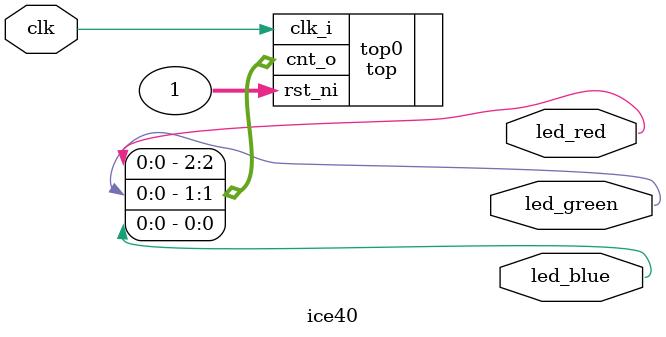
<source format=sv>
`timescale 1ns / 1ps
`default_nettype none

module ice40 (
    input clk,
    output led_red,
    output led_green,
    output led_blue
);

    top top0 (
        .clk_i(clk),
        .rst_ni(1),
        .cnt_o({ led_red, led_green, led_blue }),
    );

endmodule

</source>
